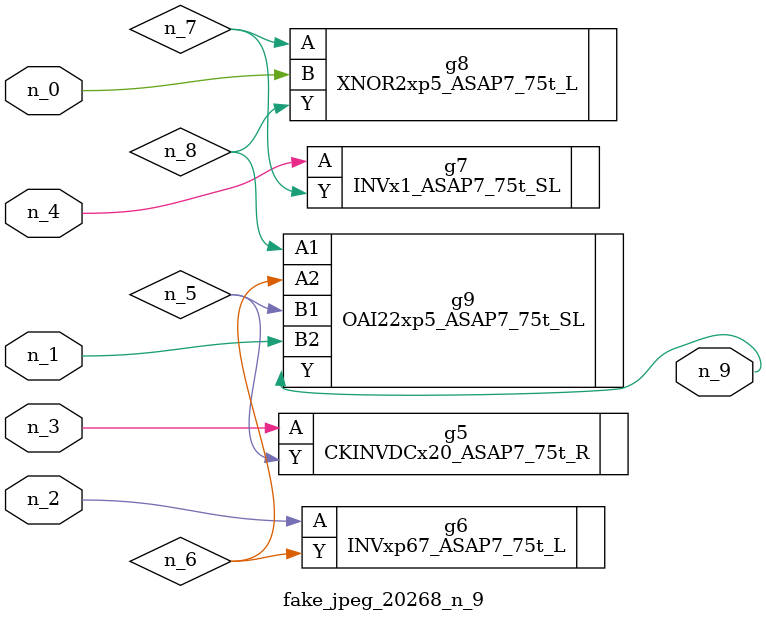
<source format=v>
module fake_jpeg_20268_n_9 (n_3, n_2, n_1, n_0, n_4, n_9);

input n_3;
input n_2;
input n_1;
input n_0;
input n_4;

output n_9;

wire n_8;
wire n_6;
wire n_5;
wire n_7;

CKINVDCx20_ASAP7_75t_R g5 ( 
.A(n_3),
.Y(n_5)
);

INVxp67_ASAP7_75t_L g6 ( 
.A(n_2),
.Y(n_6)
);

INVx1_ASAP7_75t_SL g7 ( 
.A(n_4),
.Y(n_7)
);

XNOR2xp5_ASAP7_75t_L g8 ( 
.A(n_7),
.B(n_0),
.Y(n_8)
);

OAI22xp5_ASAP7_75t_SL g9 ( 
.A1(n_8),
.A2(n_6),
.B1(n_5),
.B2(n_1),
.Y(n_9)
);


endmodule
</source>
